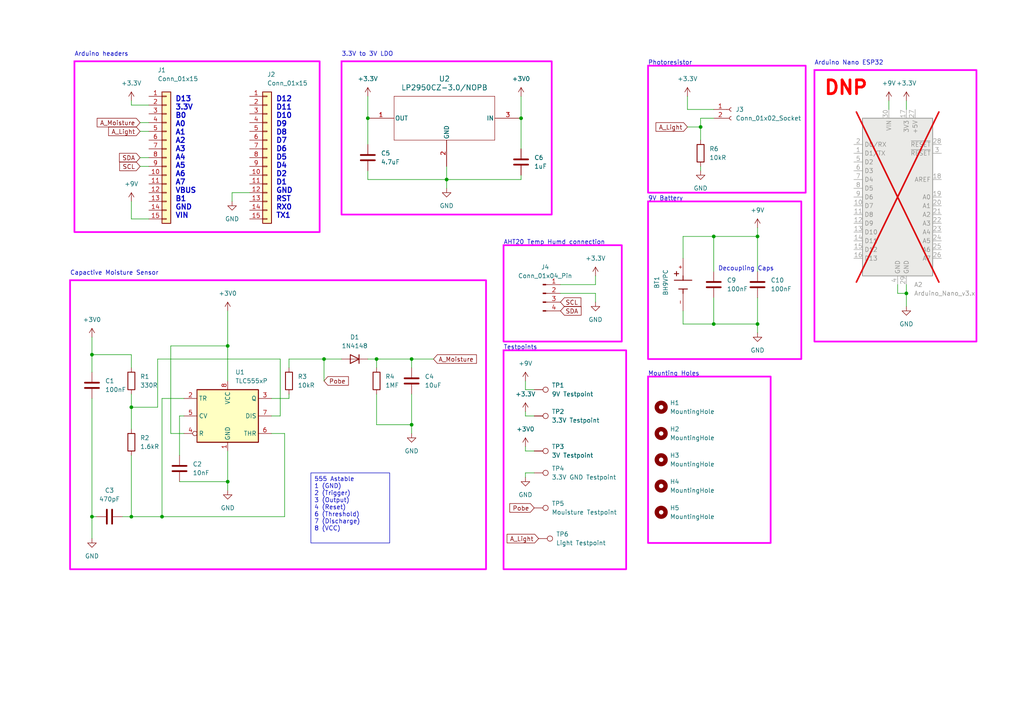
<source format=kicad_sch>
(kicad_sch (version 20230121) (generator eeschema)
  (paper "A4")
  (title_block (title "APWS-SP10-HW-Probe") (rev "Rev.1") (comment 1 "Jaime Sanchez") (comment 2 "Evan LeBel") (comment 3 "Ian Skillman") (comment 4 "Rodrigo Romero"))
  (lib_symbols
    (symbol "2024-02-28_23-11-38:LP2950CZ-3.0_NOPB" (pin_names (offset 0.254))
      (property "Reference" "U" (at 30.48 8.89 0))
      (property "Value" "LP2950CZ-3.0/NOPB" (at 34.29 6.35 0))
      (symbol "LP2950CZ-3.0_NOPB_1_1"
        (polyline (pts (xy 19.05 -7.62) (xy 48.26 -7.62)) (stroke (width 0.127)))
        (polyline (pts (xy 19.05 5.08) (xy 19.05 -7.62)) (stroke (width 0.127)))
        (polyline (pts (xy 48.26 -7.62) (xy 48.26 5.08)) (stroke (width 0.127)))
        (polyline (pts (xy 48.26 5.08) (xy 19.05 5.08)) (stroke (width 0.127)))
        (pin power_in line (at 11.43 -1.27 0) (length 7.62) (name "OUT") (number "1"))
        (pin power_in line (at 34.29 -15.24 90) (length 7.62) (name "GND") (number "2"))
        (pin power_in line (at 55.88 -1.27 180) (length 7.62) (name "IN") (number "3"))
      )
    )
    (symbol "BH9VPC:BH9VPC" (pin_names (offset 1.016))
      (property "Reference" "BT" (at -3.81 3.81 0))
      (property "Value" "BH9VPC" (at -3.81 -5.08 0))
      (symbol "BH9VPC_0_0"
        (polyline (pts (xy -3.81 1.905) (xy -2.54 1.905)) (stroke (width 0.254)))
        (polyline (pts (xy -3.175 2.54) (xy -3.175 1.27)) (stroke (width 0.254)))
        (polyline (pts (xy -1.27 0) (xy -2.54 0)) (stroke (width 0.254)))
        (polyline (pts (xy -1.27 0) (xy -1.27 -2.54)) (stroke (width 0.254)))
        (polyline (pts (xy -1.27 2.54) (xy -1.27 0)) (stroke (width 0.254)))
        (polyline (pts (xy 1.27 0) (xy 1.27 -1.27)) (stroke (width 0.254)))
        (polyline (pts (xy 1.27 0) (xy 2.54 0)) (stroke (width 0.254)))
        (polyline (pts (xy 1.27 1.27) (xy 1.27 0)) (stroke (width 0.254)))
        (pin passive line (at -7.62 0 0) (length 5.08) (name "~") (number "+"))
        (pin passive line (at 7.62 0 180) (length 5.08) (name "~") (number "-"))
      )
    )
    (symbol "Connector:Conn_01x02_Socket" (pin_names (offset 1.016) hide)
      (property "Reference" "J" (at 0 2.54 0))
      (property "Value" "Conn_01x02_Socket" (at 0 -5.08 0))
      (symbol "Conn_01x02_Socket_1_1"
        (arc (start 0 -2.032) (mid -0.5058 -2.54) (end 0 -3.048) (stroke (width 0.1524)))
        (polyline (pts (xy -1.27 -2.54) (xy -0.508 -2.54)) (stroke (width 0.1524)))
        (polyline (pts (xy -1.27 0) (xy -0.508 0)) (stroke (width 0.1524)))
        (arc (start 0 0.508) (mid -0.5058 0) (end 0 -0.508) (stroke (width 0.1524)))
        (pin passive line (at -5.08 0 0) (length 3.81) (name "Pin_1") (number "1"))
        (pin passive line (at -5.08 -2.54 0) (length 3.81) (name "Pin_2") (number "2"))
      )
    )
    (symbol "Connector:Conn_01x04_Pin" (pin_names (offset 1.016) hide)
      (property "Reference" "J" (at 0 5.08 0))
      (property "Value" "Conn_01x04_Pin" (at 0 -7.62 0))
      (symbol "Conn_01x04_Pin_1_1"
        (polyline (pts (xy 1.27 -5.08) (xy 0.8636 -5.08)) (stroke (width 0.1524)))
        (polyline (pts (xy 1.27 -2.54) (xy 0.8636 -2.54)) (stroke (width 0.1524)))
        (polyline (pts (xy 1.27 0) (xy 0.8636 0)) (stroke (width 0.1524)))
        (polyline (pts (xy 1.27 2.54) (xy 0.8636 2.54)) (stroke (width 0.1524)))
        (rectangle (start 0.8636 -4.953) (end 0 -5.207) (stroke (width 0.1524)) (fill (type outline)))
        (rectangle (start 0.8636 -2.413) (end 0 -2.667) (stroke (width 0.1524)) (fill (type outline)))
        (rectangle (start 0.8636 0.127) (end 0 -0.127) (stroke (width 0.1524)) (fill (type outline)))
        (rectangle (start 0.8636 2.667) (end 0 2.413) (stroke (width 0.1524)) (fill (type outline)))
        (pin passive line (at 5.08 2.54 180) (length 3.81) (name "Pin_1") (number "1"))
        (pin passive line (at 5.08 0 180) (length 3.81) (name "Pin_2") (number "2"))
        (pin passive line (at 5.08 -2.54 180) (length 3.81) (name "Pin_3") (number "3"))
        (pin passive line (at 5.08 -5.08 180) (length 3.81) (name "Pin_4") (number "4"))
      )
    )
    (symbol "Connector:TestPoint" (pin_numbers hide) (pin_names (offset 0.762) hide)
      (property "Reference" "TP" (at 0 6.858 0))
      (property "Value" "TestPoint" (at 0 5.08 0))
      (symbol "TestPoint_0_1"
        (circle (center 0 3.302) (radius 0.762))
      )
      (symbol "TestPoint_1_1"
        (pin passive line (at 0 0 90) (length 2.54) (name "1") (number "1"))
      )
    )
    (symbol "Connector_Generic:Conn_01x15" (pin_names (offset 1.016) hide)
      (property "Reference" "J" (at 0 20.32 0))
      (property "Value" "Conn_01x15" (at 0 -20.32 0))
      (symbol "Conn_01x15_1_1"
        (rectangle (start -1.27 -17.653) (end 0 -17.907) (stroke (width 0.1524)))
        (rectangle (start -1.27 -15.113) (end 0 -15.367) (stroke (width 0.1524)))
        (rectangle (start -1.27 -12.573) (end 0 -12.827) (stroke (width 0.1524)))
        (rectangle (start -1.27 -10.033) (end 0 -10.287) (stroke (width 0.1524)))
        (rectangle (start -1.27 -7.493) (end 0 -7.747) (stroke (width 0.1524)))
        (rectangle (start -1.27 -4.953) (end 0 -5.207) (stroke (width 0.1524)))
        (rectangle (start -1.27 -2.413) (end 0 -2.667) (stroke (width 0.1524)))
        (rectangle (start -1.27 0.127) (end 0 -0.127) (stroke (width 0.1524)))
        (rectangle (start -1.27 2.667) (end 0 2.413) (stroke (width 0.1524)))
        (rectangle (start -1.27 5.207) (end 0 4.953) (stroke (width 0.1524)))
        (rectangle (start -1.27 7.747) (end 0 7.493) (stroke (width 0.1524)))
        (rectangle (start -1.27 10.287) (end 0 10.033) (stroke (width 0.1524)))
        (rectangle (start -1.27 12.827) (end 0 12.573) (stroke (width 0.1524)))
        (rectangle (start -1.27 15.367) (end 0 15.113) (stroke (width 0.1524)))
        (rectangle (start -1.27 17.907) (end 0 17.653) (stroke (width 0.1524)))
        (rectangle (start -1.27 19.05) (end 1.27 -19.05) (stroke (width 0.254)) (fill (type background)))
        (pin passive line (at -5.08 17.78 0) (length 3.81) (name "Pin_1") (number "1"))
        (pin passive line (at -5.08 -5.08 0) (length 3.81) (name "Pin_10") (number "10"))
        (pin passive line (at -5.08 -7.62 0) (length 3.81) (name "Pin_11") (number "11"))
        (pin passive line (at -5.08 -10.16 0) (length 3.81) (name "Pin_12") (number "12"))
        (pin passive line (at -5.08 -12.7 0) (length 3.81) (name "Pin_13") (number "13"))
        (pin passive line (at -5.08 -15.24 0) (length 3.81) (name "Pin_14") (number "14"))
        (pin passive line (at -5.08 -17.78 0) (length 3.81) (name "Pin_15") (number "15"))
        (pin passive line (at -5.08 15.24 0) (length 3.81) (name "Pin_2") (number "2"))
        (pin passive line (at -5.08 12.7 0) (length 3.81) (name "Pin_3") (number "3"))
        (pin passive line (at -5.08 10.16 0) (length 3.81) (name "Pin_4") (number "4"))
        (pin passive line (at -5.08 7.62 0) (length 3.81) (name "Pin_5") (number "5"))
        (pin passive line (at -5.08 5.08 0) (length 3.81) (name "Pin_6") (number "6"))
        (pin passive line (at -5.08 2.54 0) (length 3.81) (name "Pin_7") (number "7"))
        (pin passive line (at -5.08 0 0) (length 3.81) (name "Pin_8") (number "8"))
        (pin passive line (at -5.08 -2.54 0) (length 3.81) (name "Pin_9") (number "9"))
      )
    )
    (symbol "Device:C" (pin_numbers hide) (pin_names (offset 0.254))
      (property "Reference" "C" (at 0.635 2.54 0))
      (property "Value" "C" (at 0.635 -2.54 0))
      (symbol "C_0_1"
        (polyline (pts (xy -2.032 -0.762) (xy 2.032 -0.762)) (stroke (width 0.508)))
        (polyline (pts (xy -2.032 0.762) (xy 2.032 0.762)) (stroke (width 0.508)))
      )
      (symbol "C_1_1"
        (pin passive line (at 0 3.81 270) (length 2.794) (name "~") (number "1"))
        (pin passive line (at 0 -3.81 90) (length 2.794) (name "~") (number "2"))
      )
    )
    (symbol "Device:R" (pin_numbers hide) (pin_names (offset 0))
      (property "Reference" "R" (at 2.032 0 90))
      (property "Value" "R" (at 0 0 90))
      (symbol "R_0_1"
        (rectangle (start -1.016 -2.54) (end 1.016 2.54) (stroke (width 0.254)))
      )
      (symbol "R_1_1"
        (pin passive line (at 0 3.81 270) (length 1.27) (name "~") (number "1"))
        (pin passive line (at 0 -3.81 90) (length 1.27) (name "~") (number "2"))
      )
    )
    (symbol "Diode:1N4148" (pin_numbers hide) (pin_names hide)
      (property "Reference" "D" (at 0 2.54 0))
      (property "Value" "1N4148" (at 0 -2.54 0))
      (symbol "1N4148_0_1"
        (polyline (pts (xy -1.27 1.27) (xy -1.27 -1.27)) (stroke (width 0.254)))
        (polyline (pts (xy 1.27 0) (xy -1.27 0)))
        (polyline (pts (xy 1.27 1.27) (xy 1.27 -1.27) (xy -1.27 0) (xy 1.27 1.27)) (stroke (width 0.254)))
      )
      (symbol "1N4148_1_1"
        (pin passive line (at -3.81 0 0) (length 2.54) (name "K") (number "1"))
        (pin passive line (at 3.81 0 180) (length 2.54) (name "A") (number "2"))
      )
    )
    (symbol "MCU_Module:Arduino_Nano_v3.x"
      (property "Reference" "A" (at -10.16 23.495 0))
      (property "Value" "Arduino_Nano_v3.x" (at 5.08 -24.13 0))
      (symbol "Arduino_Nano_v3.x_0_1"
        (rectangle (start -10.16 22.86) (end 10.16 -22.86) (stroke (width 0.254)) (fill (type background)))
      )
      (symbol "Arduino_Nano_v3.x_1_1"
        (pin bidirectional line (at -12.7 12.7 0) (length 2.54) (name "D1/TX") (number "1"))
        (pin bidirectional line (at -12.7 -2.54 0) (length 2.54) (name "D7") (number "10"))
        (pin bidirectional line (at -12.7 -5.08 0) (length 2.54) (name "D8") (number "11"))
        (pin bidirectional line (at -12.7 -7.62 0) (length 2.54) (name "D9") (number "12"))
        (pin bidirectional line (at -12.7 -10.16 0) (length 2.54) (name "D10") (number "13"))
        (pin bidirectional line (at -12.7 -12.7 0) (length 2.54) (name "D11") (number "14"))
        (pin bidirectional line (at -12.7 -15.24 0) (length 2.54) (name "D12") (number "15"))
        (pin bidirectional line (at -12.7 -17.78 0) (length 2.54) (name "D13") (number "16"))
        (pin power_out line (at 2.54 25.4 270) (length 2.54) (name "3V3") (number "17"))
        (pin input line (at 12.7 5.08 180) (length 2.54) (name "AREF") (number "18"))
        (pin bidirectional line (at 12.7 0 180) (length 2.54) (name "A0") (number "19"))
        (pin bidirectional line (at -12.7 15.24 0) (length 2.54) (name "D0/RX") (number "2"))
        (pin bidirectional line (at 12.7 -2.54 180) (length 2.54) (name "A1") (number "20"))
        (pin bidirectional line (at 12.7 -5.08 180) (length 2.54) (name "A2") (number "21"))
        (pin bidirectional line (at 12.7 -7.62 180) (length 2.54) (name "A3") (number "22"))
        (pin bidirectional line (at 12.7 -10.16 180) (length 2.54) (name "A4") (number "23"))
        (pin bidirectional line (at 12.7 -12.7 180) (length 2.54) (name "A5") (number "24"))
        (pin bidirectional line (at 12.7 -15.24 180) (length 2.54) (name "A6") (number "25"))
        (pin bidirectional line (at 12.7 -17.78 180) (length 2.54) (name "A7") (number "26"))
        (pin power_out line (at 5.08 25.4 270) (length 2.54) (name "+5V") (number "27"))
        (pin input line (at 12.7 15.24 180) (length 2.54) (name "~{RESET}") (number "28"))
        (pin power_in line (at 2.54 -25.4 90) (length 2.54) (name "GND") (number "29"))
        (pin input line (at 12.7 12.7 180) (length 2.54) (name "~{RESET}") (number "3"))
        (pin power_in line (at -2.54 25.4 270) (length 2.54) (name "VIN") (number "30"))
        (pin power_in line (at 0 -25.4 90) (length 2.54) (name "GND") (number "4"))
        (pin bidirectional line (at -12.7 10.16 0) (length 2.54) (name "D2") (number "5"))
        (pin bidirectional line (at -12.7 7.62 0) (length 2.54) (name "D3") (number "6"))
        (pin bidirectional line (at -12.7 5.08 0) (length 2.54) (name "D4") (number "7"))
        (pin bidirectional line (at -12.7 2.54 0) (length 2.54) (name "D5") (number "8"))
        (pin bidirectional line (at -12.7 0 0) (length 2.54) (name "D6") (number "9"))
      )
    )
    (symbol "Mechanical:MountingHole" (pin_names (offset 1.016))
      (property "Reference" "H" (at 0 5.08 0))
      (property "Value" "MountingHole" (at 0 3.175 0))
      (symbol "MountingHole_0_1"
        (circle (center 0 0) (radius 1.27) (stroke (width 1.27)))
      )
    )
    (symbol "Timer:TLC555xP"
      (property "Reference" "U" (at -10.16 8.89 0))
      (property "Value" "TLC555xP" (at 2.54 8.89 0))
      (symbol "TLC555xP_0_0"
        (pin power_in line (at 0 -10.16 90) (length 2.54) (name "GND") (number "1"))
        (pin power_in line (at 0 10.16 270) (length 2.54) (name "VCC") (number "8"))
      )
      (symbol "TLC555xP_0_1"
        (rectangle (start -8.89 -7.62) (end 8.89 7.62) (stroke (width 0.254)) (fill (type background)))
        (rectangle (start -8.89 -7.62) (end 8.89 7.62) (stroke (width 0.254)) (fill (type background)))
      )
      (symbol "TLC555xP_1_1"
        (pin input line (at -12.7 5.08 0) (length 3.81) (name "TR") (number "2"))
        (pin output line (at 12.7 5.08 180) (length 3.81) (name "Q") (number "3"))
        (pin input inverted (at -12.7 -5.08 0) (length 3.81) (name "R") (number "4"))
        (pin input line (at -12.7 0 0) (length 3.81) (name "CV") (number "5"))
        (pin input line (at 12.7 -5.08 180) (length 3.81) (name "THR") (number "6"))
        (pin input line (at 12.7 0 180) (length 3.81) (name "DIS") (number "7"))
      )
    )
    (symbol "power:+3.3V" (power) (pin_names (offset 0))
      (property "Value" "+3.3V" (at 0 3.556 0))
      (symbol "+3.3V_0_1"
        (polyline (pts (xy -0.762 1.27) (xy 0 2.54)))
        (polyline (pts (xy 0 0) (xy 0 2.54)))
        (polyline (pts (xy 0 2.54) (xy 0.762 1.27)))
      )
      (symbol "+3.3V_1_1"
        (pin power_in line (at 0 0 90) (length 0) hide (name "+3.3V") (number "1"))
      )
    )
    (symbol "power:+3V0" (power) (pin_names (offset 0))
      (property "Value" "+3V0" (at 0 3.556 0))
      (symbol "+3V0_0_1"
        (polyline (pts (xy -0.762 1.27) (xy 0 2.54)))
        (polyline (pts (xy 0 0) (xy 0 2.54)))
        (polyline (pts (xy 0 2.54) (xy 0.762 1.27)))
      )
      (symbol "+3V0_1_1"
        (pin power_in line (at 0 0 90) (length 0) hide (name "+3V0") (number "1"))
      )
    )
    (symbol "power:+9V" (power) (pin_names (offset 0))
      (property "Value" "+9V" (at 0 3.556 0))
      (symbol "+9V_0_1"
        (polyline (pts (xy -0.762 1.27) (xy 0 2.54)))
        (polyline (pts (xy 0 0) (xy 0 2.54)))
        (polyline (pts (xy 0 2.54) (xy 0.762 1.27)))
      )
      (symbol "+9V_1_1"
        (pin power_in line (at 0 0 90) (length 0) hide (name "+9V") (number "1"))
      )
    )
    (symbol "power:GND" (power) (pin_names (offset 0))
      (property "Value" "GND" (at 0 -3.81 0))
      (symbol "GND_0_1"
        (polyline (pts (xy 0 0) (xy 0 -1.27) (xy 1.27 -1.27) (xy 0 -2.54) (xy -1.27 -1.27) (xy 0 -1.27)))
      )
      (symbol "GND_1_1"
        (pin power_in line (at 0 0 270) (length 0) hide (name "GND") (number "1"))
      )
    )
  )
  (junction (at 38.1 118.11))
  (junction (at 219.71 68.58))
  (junction (at 219.71 93.98))
  (junction (at 26.67 149.86))
  (junction (at 66.04 139.7))
  (junction (at 207.01 93.98))
  (junction (at 93.98 104.14))
  (junction (at 119.38 104.14))
  (junction (at 46.99 149.86))
  (junction (at 151.13 34.29))
  (junction (at 207.01 68.58))
  (junction (at 262.89 85.09))
  (junction (at 26.67 102.87))
  (junction (at 66.04 100.33))
  (junction (at 119.38 123.19))
  (junction (at 109.22 104.14))
  (junction (at 38.1 149.86))
  (junction (at 129.54 52.07))
  (junction (at 106.68 34.29))
  (junction (at 203.2 36.83))
  (wire (pts (xy 162.56 85.09) (xy 172.72 85.09)))
  (wire (pts (xy 81.28 104.14) (xy 45.72 104.14)))
  (wire (pts (xy 129.54 48.26) (xy 129.54 52.07)))
  (wire (pts (xy 78.74 125.73) (xy 82.55 125.73)))
  (wire (pts (xy 38.1 124.46) (xy 38.1 118.11)))
  (wire (pts (xy 26.67 97.79) (xy 26.67 102.87)))
  (wire (pts (xy 66.04 90.17) (xy 66.04 100.33)))
  (wire (pts (xy 83.82 104.14) (xy 93.98 104.14)))
  (wire (pts (xy 152.4 110.49) (xy 152.4 113.03)))
  (wire (pts (xy 52.07 139.7) (xy 66.04 139.7)))
  (wire (pts (xy 262.89 29.21) (xy 262.89 31.75)))
  (wire (pts (xy 66.04 100.33) (xy 66.04 110.49)))
  (wire (pts (xy 38.1 58.42) (xy 38.1 63.5)))
  (wire (pts (xy 203.2 36.83) (xy 203.2 40.64)))
  (wire (pts (xy 172.72 85.09) (xy 172.72 87.63)))
  (wire (pts (xy 129.54 52.07) (xy 151.13 52.07)))
  (wire (pts (xy 151.13 34.29) (xy 151.13 43.18)))
  (wire (pts (xy 109.22 123.19) (xy 119.38 123.19)))
  (wire (pts (xy 38.1 29.21) (xy 38.1 30.48)))
  (wire (pts (xy 40.64 38.1) (xy 43.18 38.1)))
  (wire (pts (xy 35.56 149.86) (xy 38.1 149.86)))
  (wire (pts (xy 219.71 93.98) (xy 219.71 96.52)))
  (wire (pts (xy 66.04 130.81) (xy 66.04 139.7)))
  (wire (pts (xy 78.74 115.57) (xy 83.82 115.57)))
  (wire (pts (xy 66.04 139.7) (xy 66.04 142.24)))
  (wire (pts (xy 45.72 118.11) (xy 38.1 118.11)))
  (wire (pts (xy 38.1 63.5) (xy 43.18 63.5)))
  (wire (pts (xy 151.13 50.8) (xy 151.13 52.07)))
  (wire (pts (xy 219.71 86.36) (xy 219.71 93.98)))
  (wire (pts (xy 38.1 102.87) (xy 26.67 102.87)))
  (wire (pts (xy 154.94 137.16) (xy 152.4 137.16)))
  (wire (pts (xy 38.1 149.86) (xy 46.99 149.86)))
  (wire (pts (xy 207.01 93.98) (xy 207.01 86.36)))
  (wire (pts (xy 152.4 137.16) (xy 152.4 138.43)))
  (wire (pts (xy 129.54 52.07) (xy 129.54 54.61)))
  (wire (pts (xy 199.39 31.75) (xy 207.01 31.75)))
  (wire (pts (xy 199.39 36.83) (xy 203.2 36.83)))
  (wire (pts (xy 203.2 48.26) (xy 203.2 49.53)))
  (wire (pts (xy 26.67 115.57) (xy 26.67 149.86)))
  (wire (pts (xy 38.1 30.48) (xy 43.18 30.48)))
  (wire (pts (xy 45.72 104.14) (xy 45.72 118.11)))
  (wire (pts (xy 106.68 41.91) (xy 106.68 34.29)))
  (wire (pts (xy 198.12 90.17) (xy 198.12 93.98)))
  (wire (pts (xy 207.01 68.58) (xy 198.12 68.58)))
  (wire (pts (xy 27.94 149.86) (xy 26.67 149.86)))
  (wire (pts (xy 83.82 115.57) (xy 83.82 114.3)))
  (wire (pts (xy 38.1 114.3) (xy 38.1 118.11)))
  (wire (pts (xy 26.67 149.86) (xy 26.67 156.21)))
  (wire (pts (xy 38.1 132.08) (xy 38.1 149.86)))
  (wire (pts (xy 199.39 31.75) (xy 199.39 27.94)))
  (wire (pts (xy 40.64 35.56) (xy 43.18 35.56)))
  (wire (pts (xy 172.72 82.55) (xy 172.72 80.01)))
  (wire (pts (xy 152.4 119.38) (xy 152.4 120.65)))
  (wire (pts (xy 46.99 115.57) (xy 46.99 149.86)))
  (wire (pts (xy 109.22 104.14) (xy 109.22 106.68)))
  (wire (pts (xy 262.89 85.09) (xy 262.89 88.9)))
  (wire (pts (xy 46.99 115.57) (xy 53.34 115.57)))
  (wire (pts (xy 152.4 120.65) (xy 154.94 120.65)))
  (wire (pts (xy 93.98 104.14) (xy 93.98 110.49)))
  (wire (pts (xy 49.53 125.73) (xy 49.53 100.33)))
  (wire (pts (xy 82.55 125.73) (xy 82.55 149.86)))
  (wire (pts (xy 119.38 104.14) (xy 125.73 104.14)))
  (wire (pts (xy 119.38 114.3) (xy 119.38 123.19)))
  (wire (pts (xy 162.56 82.55) (xy 172.72 82.55)))
  (wire (pts (xy 262.89 85.09) (xy 262.89 82.55)))
  (wire (pts (xy 81.28 120.65) (xy 81.28 104.14)))
  (wire (pts (xy 119.38 123.19) (xy 119.38 125.73)))
  (wire (pts (xy 207.01 78.74) (xy 207.01 68.58)))
  (wire (pts (xy 207.01 93.98) (xy 198.12 93.98)))
  (wire (pts (xy 38.1 102.87) (xy 38.1 106.68)))
  (wire (pts (xy 67.31 55.88) (xy 67.31 58.42)))
  (wire (pts (xy 67.31 55.88) (xy 72.39 55.88)))
  (wire (pts (xy 109.22 104.14) (xy 119.38 104.14)))
  (wire (pts (xy 52.07 120.65) (xy 52.07 132.08)))
  (wire (pts (xy 260.35 85.09) (xy 262.89 85.09)))
  (wire (pts (xy 106.68 52.07) (xy 129.54 52.07)))
  (wire (pts (xy 40.64 45.72) (xy 43.18 45.72)))
  (wire (pts (xy 198.12 68.58) (xy 198.12 74.93)))
  (wire (pts (xy 49.53 100.33) (xy 66.04 100.33)))
  (wire (pts (xy 106.68 49.53) (xy 106.68 52.07)))
  (wire (pts (xy 207.01 68.58) (xy 219.71 68.58)))
  (wire (pts (xy 40.64 48.26) (xy 43.18 48.26)))
  (wire (pts (xy 106.68 27.94) (xy 106.68 34.29)))
  (wire (pts (xy 26.67 102.87) (xy 26.67 107.95)))
  (wire (pts (xy 93.98 104.14) (xy 99.06 104.14)))
  (wire (pts (xy 83.82 106.68) (xy 83.82 104.14)))
  (wire (pts (xy 151.13 27.94) (xy 151.13 34.29)))
  (wire (pts (xy 152.4 130.81) (xy 152.4 129.54)))
  (wire (pts (xy 219.71 78.74) (xy 219.71 68.58)))
  (wire (pts (xy 203.2 34.29) (xy 207.01 34.29)))
  (wire (pts (xy 152.4 113.03) (xy 154.94 113.03)))
  (wire (pts (xy 53.34 120.65) (xy 52.07 120.65)))
  (wire (pts (xy 82.55 149.86) (xy 46.99 149.86)))
  (wire (pts (xy 219.71 93.98) (xy 207.01 93.98)))
  (wire (pts (xy 260.35 82.55) (xy 260.35 85.09)))
  (wire (pts (xy 109.22 123.19) (xy 109.22 114.3)))
  (wire (pts (xy 53.34 125.73) (xy 49.53 125.73)))
  (wire (pts (xy 219.71 66.04) (xy 219.71 68.58)))
  (wire (pts (xy 119.38 104.14) (xy 119.38 106.68)))
  (wire (pts (xy 106.68 104.14) (xy 109.22 104.14)))
  (wire (pts (xy 257.81 29.21) (xy 257.81 31.75)))
  (wire (pts (xy 203.2 34.29) (xy 203.2 36.83)))
  (wire (pts (xy 81.28 120.65) (xy 78.74 120.65)))
  (wire (pts (xy 154.94 130.81) (xy 152.4 130.81)))
  (rectangle (start 21.59 17.78) (end 92.71 67.31) (stroke (width 0.5) (color 255 0 255 1)))
  (rectangle (start 187.96 109.22) (end 223.52 157.48) (stroke (width 0.5) (color 255 0 255 1)))
  (rectangle (start 99.06 17.78) (end 160.02 62.23) (stroke (width 0.5) (color 255 0 255 1)))
  (rectangle (start 20.32 81.28) (end 140.97 165.1) (stroke (width 0.5) (color 255 0 255 1)))
  (rectangle (start 187.96 19.05) (end 233.68 55.88) (stroke (width 0.5) (color 255 0 255 1)))
  (rectangle (start 187.96 58.42) (end 232.41 104.14) (stroke (width 0.5) (color 255 0 255 1)))
  (rectangle (start 236.22 20.32) (end 283.21 99.06) (stroke (width 0.5) (color 255 0 255 1)))
  (rectangle (start 146.05 101.6) (end 181.61 165.1) (stroke (width 0.5) (color 255 0 255 1)))
  (rectangle (start 146.05 71.12) (end 180.34 99.06) (stroke (width 0.5) (color 255 0 255 1)))
  (text_box "555 Astable\n1 (GND)\n2 (Trigger)\n3 (Output)\n4 (Reset)\n6 (Threshold)\n7 (Discharge)\n8 (VCC)" (at 90.17 137.16 0) (size 22.86 20.32) (effects (font (size 1.27 1.27)) (justify left top)))
  (text "9V Battery" (at 187.96 58.42 0) (effects (font (size 1.27 1.27)) (justify left bottom)))
  (text "3.3V to 3V LDO" (at 99.06 16.51 0) (effects (font (size 1.27 1.27)) (justify left bottom)))
  (text "AHT20 Temp Humd connection" (at 146.05 71.12 0) (effects (font (size 1.27 1.27)) (justify left bottom)))
  (text "DNP" (at 238.76 27.94 0) (effects (font (size 4 4) bold) (justify left bottom)))
  (text "Testpoints" (at 146.05 101.6 0) (effects (font (size 1.27 1.27)) (justify left bottom)))
  (text "Arduino Nano ESP32" (at 236.22 19.05 0) (effects (font (size 1.27 1.27)) (justify left bottom)))
  (text "D13\n3.3V\nB0\nA0\nA1\nA2\nA3\nA4\nA5\nA6\nA7\nVBUS\nB1\nGND\nVIN" (at 50.8 63.5 0) (effects (font (size 1.5 1.5) bold) (justify left bottom)))
  (text "Arduino headers" (at 21.59 16.51 0) (effects (font (size 1.27 1.27)) (justify left bottom)))
  (text "Photoresistor" (at 187.96 19.05 0) (effects (font (size 1.27 1.27)) (justify left bottom)))
  (text "Mounting Holes" (at 187.96 109.22 0) (effects (font (size 1.27 1.27)) (justify left bottom)))
  (text "Capactive Moisture Sensor" (at 20.32 80.01 0) (effects (font (size 1.27 1.27)) (justify left bottom)))
  (text "Decoupling Caps" (at 208.28 78.74 0) (effects (font (size 1.27 1.27)) (justify left bottom)))
  (text "D12\nD11\nD10\nD9\nD8\nD7\nD6\nD5\nD4\nD2\nD1 \nGND\nRST\nRX0\nTX1" (at 80.01 63.5 0) (effects (font (size 1.5 1.5) bold) (justify left bottom)))
  (global_label "SCL" (shape input) (at 162.56 87.63 0) (property "Intersheetrefs" "${INTERSHEET_REFS}" (effects hide)))
  (global_label "A_Light" (shape input) (at 40.64 38.1 180) (property "Intersheetrefs" "${INTERSHEET_REFS}" (effects hide)))
  (global_label "SDA" (shape input) (at 162.56 90.17 0) (property "Intersheetrefs" "${INTERSHEET_REFS}" (effects hide)))
  (global_label "A_Moisture" (shape input) (at 40.64 35.56 180) (property "Intersheetrefs" "${INTERSHEET_REFS}" (effects hide)))
  (global_label "A_Light" (shape input) (at 156.21 156.21 180) (property "Intersheetrefs" "${INTERSHEET_REFS}" (effects hide)))
  (global_label "Pobe" (shape input) (at 154.94 147.32 180) (property "Intersheetrefs" "${INTERSHEET_REFS}" (effects hide)))
  (global_label "SDA" (shape input) (at 40.64 45.72 180) (property "Intersheetrefs" "${INTERSHEET_REFS}" (effects hide)))
  (global_label "SCL" (shape input) (at 40.64 48.26 180) (property "Intersheetrefs" "${INTERSHEET_REFS}" (effects hide)))
  (global_label "A_Light" (shape input) (at 199.39 36.83 180) (property "Intersheetrefs" "${INTERSHEET_REFS}" (effects hide)))
  (global_label "A_Moisture" (shape input) (at 125.73 104.14 0) (property "Intersheetrefs" "${INTERSHEET_REFS}" (effects hide)))
  (global_label "Pobe" (shape input) (at 93.98 110.49 0) (property "Intersheetrefs" "${INTERSHEET_REFS}" (effects hide)))
  (symbol (lib_id "Timer:TLC555xP") (at 66.04 120.65 0) (unit 1)
    (property "Reference" "U1" (at 68.2341 107.95 0) (effects (justify left)))
    (property "Value" "TLC555xP" (at 68.2341 110.49 0) (effects (justify left)))
    (property "Footprint" "Package_DIP:DIP-8_W7.62mm" (effects hide))
    (property "Datasheet" "http://www.ti.com/lit/ds/symlink/tlc555.pdf" (effects hide))
  )
  (symbol (lib_id "power:+3V0") (at 152.4 129.54 0) (unit 1)
    (property "Reference" "#PWR022" (effects hide))
    (property "Value" "+3V0" (at 152.4 124.46 0))
  )
  (symbol (lib_id "Connector:TestPoint") (at 154.94 113.03 270) (unit 1)
    (property "Reference" "TP1" (at 160.02 111.76 90) (effects (justify left)))
    (property "Value" "9V Testpoint" (at 160.02 114.3 90) (effects (justify left)))
    (property "Footprint" "TestPoint:TestPoint_Pad_D1.0mm" (effects hide))
  )
  (symbol (lib_id "Device:C") (at 52.07 135.89 0) (unit 1)
    (property "Reference" "C2" (at 55.88 134.62 0) (effects (justify left)))
    (property "Value" "10nF" (at 55.88 137.16 0) (effects (justify left)))
    (property "Footprint" "Capacitor_THT:C_Disc_D4.7mm_W2.5mm_P5.00mm" (effects hide))
  )
  (symbol (lib_id "Connector:TestPoint") (at 154.94 130.81 270) (unit 1)
    (property "Reference" "TP3" (at 160.02 129.54 90) (effects (justify left)))
    (property "Value" "3V Testpoint" (at 160.02 132.08 90) (effects (justify left)))
    (property "Footprint" "TestPoint:TestPoint_Pad_D1.0mm" (effects hide))
  )
  (symbol (lib_id "Device:C") (at 151.13 46.99 0) (unit 1)
    (property "Reference" "C6" (at 154.94 45.72 0) (effects (justify left)))
    (property "Value" "1uF" (at 154.94 48.26 0) (effects (justify left)))
    (property "Footprint" "Capacitor_THT:C_Disc_D4.7mm_W2.5mm_P5.00mm" (effects hide))
  )
  (symbol (lib_id "power:+9V") (at 152.4 110.49 0) (unit 1)
    (property "Reference" "#PWR021" (effects hide))
    (property "Value" "+9V" (at 152.4 105.41 0))
  )
  (symbol (lib_id "Connector:Conn_01x04_Pin") (at 157.48 85.09 0) (unit 1)
    (property "Reference" "J4" (at 158.115 77.47 0))
    (property "Value" "Conn_01x04_Pin" (at 158.115 80.01 0))
    (property "Footprint" "Connector_PinHeader_2.54mm:PinHeader_1x04_P2.54mm_Vertical" (effects hide))
  )
  (symbol (lib_id "power:GND") (at 203.2 49.53 0) (unit 1)
    (property "Reference" "#PWR013" (effects hide))
    (property "Value" "GND" (at 203.2 54.61 0))
  )
  (symbol (lib_id "power:GND") (at 262.89 88.9 0) (unit 1)
    (property "Reference" "#PWR09" (effects hide))
    (property "Value" "GND" (at 262.89 93.98 0))
  )
  (symbol (lib_id "power:+3.3V") (at 172.72 80.01 0) (unit 1)
    (property "Reference" "#PWR020" (effects hide))
    (property "Value" "+3.3V" (at 172.72 74.93 0))
  )
  (symbol (lib_id "power:+3.3V") (at 152.4 119.38 0) (unit 1)
    (property "Reference" "#PWR024" (effects hide))
    (property "Value" "+3.3V" (at 152.4 114.3 0))
  )
  (symbol (lib_id "power:GND") (at 219.71 96.52 0) (unit 1)
    (property "Reference" "#PWR011" (effects hide))
    (property "Value" "GND" (at 219.71 101.6 0))
  )
  (symbol (lib_id "power:+3V0") (at 151.13 27.94 0) (unit 1)
    (property "Reference" "#PWR07" (effects hide))
    (property "Value" "+3V0" (at 151.13 22.86 0))
  )
  (symbol (lib_id "Diode:1N4148") (at 102.87 104.14 180) (unit 1)
    (property "Reference" "D1" (at 102.87 97.79 0))
    (property "Value" "1N4148" (at 102.87 100.33 0))
    (property "Footprint" "Diode_THT:D_DO-35_SOD27_P7.62mm_Horizontal" (effects hide))
    (property "Datasheet" "https://assets.nexperia.com/documents/data-sheet/1N4148_1N4448.pdf" (effects hide))
    (property "Sim.Device" "D" (effects hide))
    (property "Sim.Pins" "1=K 2=A" (effects hide))
  )
  (symbol (lib_id "Connector:Conn_01x02_Socket") (at 212.09 31.75 0) (unit 1)
    (property "Reference" "J3" (at 213.36 31.75 0) (effects (justify left)))
    (property "Value" "Conn_01x02_Socket" (at 213.36 34.29 0) (effects (justify left)))
    (property "Footprint" "Connector_PinHeader_2.54mm:PinHeader_1x02_P2.54mm_Vertical" (effects hide))
  )
  (symbol (lib_id "power:GND") (at 26.67 156.21 0) (unit 1)
    (property "Reference" "#PWR04" (effects hide))
    (property "Value" "GND" (at 26.67 161.29 0))
  )
  (symbol (lib_id "power:+3V0") (at 26.67 97.79 0) (unit 1)
    (property "Reference" "#PWR02" (effects hide))
    (property "Value" "+3V0" (at 26.67 92.71 0))
  )
  (symbol (lib_id "Connector:TestPoint") (at 154.94 120.65 270) (unit 1)
    (property "Reference" "TP2" (at 160.02 119.38 90) (effects (justify left)))
    (property "Value" "3.3V Testpoint" (at 160.02 121.92 90) (effects (justify left)))
    (property "Footprint" "TestPoint:TestPoint_Pad_D1.0mm" (effects hide))
  )
  (symbol (lib_id "power:+9V") (at 219.71 66.04 0) (unit 1)
    (property "Reference" "#PWR010" (effects hide))
    (property "Value" "+9V" (at 219.71 60.96 0))
  )
  (symbol (lib_id "power:GND") (at 152.4 138.43 0) (unit 1)
    (property "Reference" "#PWR023" (effects hide))
    (property "Value" "GND" (at 152.4 143.51 0))
  )
  (symbol (lib_id "power:+3.3V") (at 106.68 27.94 0) (unit 1)
    (property "Reference" "#PWR06" (effects hide))
    (property "Value" "+3.3V" (at 106.68 22.86 0))
  )
  (symbol (lib_id "Device:R") (at 38.1 128.27 180) (unit 1)
    (property "Reference" "R2" (at 40.64 127 0) (effects (justify right)))
    (property "Value" "1.6kR" (at 40.64 129.54 0) (effects (justify right)))
    (property "Footprint" "Resistor_THT:R_Axial_DIN0207_L6.3mm_D2.5mm_P10.16mm_Horizontal" (effects hide))
  )
  (symbol (lib_id "Device:C") (at 219.71 82.55 0) (unit 1)
    (property "Reference" "C10" (at 223.52 81.28 0) (effects (justify left)))
    (property "Value" "100nF" (at 223.52 83.82 0) (effects (justify left)))
    (property "Footprint" "Capacitor_THT:C_Disc_D4.7mm_W2.5mm_P5.00mm" (effects hide))
  )
  (symbol (lib_id "power:+9V") (at 257.81 29.21 0) (unit 1)
    (property "Reference" "#PWR015" (effects hide))
    (property "Value" "+9V" (at 257.81 24.13 0))
  )
  (symbol (lib_id "power:GND") (at 119.38 125.73 0) (unit 1)
    (property "Reference" "#PWR05" (effects hide))
    (property "Value" "GND" (at 119.38 130.81 0))
  )
  (symbol (lib_id "Mechanical:MountingHole") (at 191.77 133.35 0) (unit 1)
    (property "Reference" "H3" (at 194.31 132.08 0) (effects (justify left)))
    (property "Value" "MountingHole" (at 194.31 134.62 0) (effects (justify left)))
    (property "Footprint" "MountingHole:MountingHole_3.2mm_M3" (effects hide))
  )
  (symbol (lib_id "Device:C") (at 207.01 82.55 0) (unit 1)
    (property "Reference" "C9" (at 210.82 81.28 0) (effects (justify left)))
    (property "Value" "100nF" (at 210.82 83.82 0) (effects (justify left)))
    (property "Footprint" "Capacitor_THT:C_Disc_D4.7mm_W2.5mm_P5.00mm" (effects hide))
  )
  (symbol (lib_id "power:+9V") (at 38.1 58.42 0) (unit 1)
    (property "Reference" "#PWR017" (effects hide))
    (property "Value" "+9V" (at 38.1 53.34 0))
  )
  (symbol (lib_id "Connector:TestPoint") (at 156.21 156.21 270) (unit 1)
    (property "Reference" "TP6" (at 161.29 154.94 90) (effects (justify left)))
    (property "Value" "Light Testpoint" (at 161.29 157.48 90) (effects (justify left)))
    (property "Footprint" "TestPoint:TestPoint_Pad_D1.0mm" (effects hide))
  )
  (symbol (lib_id "Mechanical:MountingHole") (at 191.77 140.97 0) (unit 1)
    (property "Reference" "H4" (at 194.31 139.7 0) (effects (justify left)))
    (property "Value" "MountingHole" (at 194.31 142.24 0) (effects (justify left)))
    (property "Footprint" "MountingHole:MountingHole_3.2mm_M3" (effects hide))
  )
  (symbol (lib_id "Device:C") (at 119.38 110.49 0) (unit 1)
    (property "Reference" "C4" (at 123.19 109.22 0) (effects (justify left)))
    (property "Value" "10uF" (at 123.19 111.76 0) (effects (justify left)))
    (property "Footprint" "Capacitor_THT:C_Disc_D4.7mm_W2.5mm_P5.00mm" (effects hide))
  )
  (symbol (lib_id "power:+3.3V") (at 262.89 29.21 0) (unit 1)
    (property "Reference" "#PWR012" (effects hide))
    (property "Value" "+3.3V" (at 262.89 24.13 0))
  )
  (symbol (lib_id "power:GND") (at 172.72 87.63 0) (unit 1)
    (property "Reference" "#PWR019" (effects hide))
    (property "Value" "GND" (at 172.72 92.71 0))
  )
  (symbol (lib_id "power:GND") (at 66.04 142.24 0) (unit 1)
    (property "Reference" "#PWR01" (effects hide))
    (property "Value" "GND" (at 66.04 147.32 0))
  )
  (symbol (lib_id "Connector_Generic:Conn_01x15") (at 48.26 45.72 0) (unit 1)
    (property "Reference" "J1" (at 45.72 20.32 0) (effects (justify left)))
    (property "Value" "Conn_01x15" (at 45.72 22.86 0) (effects (justify left)))
    (property "Footprint" "KiCADv6:PRT16279" (effects hide))
  )
  (symbol (lib_id "Device:C") (at 31.75 149.86 90) (unit 1)
    (property "Reference" "C3" (at 31.75 142.24 90))
    (property "Value" "470pF" (at 31.75 144.78 90))
    (property "Footprint" "Capacitor_THT:C_Disc_D4.7mm_W2.5mm_P5.00mm" (effects hide))
  )
  (symbol (lib_id "Device:C") (at 26.67 111.76 180) (unit 1)
    (property "Reference" "C1" (at 30.48 110.49 0) (effects (justify right)))
    (property "Value" "100nF" (at 30.48 113.03 0) (effects (justify right)))
    (property "Footprint" "Capacitor_THT:C_Disc_D4.7mm_W2.5mm_P5.00mm" (effects hide))
  )
  (symbol (lib_id "power:+3V0") (at 66.04 90.17 0) (unit 1)
    (property "Reference" "#PWR03" (effects hide))
    (property "Value" "+3V0" (at 66.04 85.09 0))
  )
  (symbol (lib_id "Mechanical:MountingHole") (at 191.77 125.73 0) (unit 1)
    (property "Reference" "H2" (at 194.31 124.46 0) (effects (justify left)))
    (property "Value" "MountingHole" (at 194.31 127 0) (effects (justify left)))
    (property "Footprint" "MountingHole:MountingHole_3.2mm_M3" (effects hide))
  )
  (symbol (lib_id "BH9VPC:BH9VPC") (at 198.12 82.55 90) (mirror x) (unit 1)
    (property "Reference" "BT1" (at 190.5 81.915 0))
    (property "Value" "BH9VPC" (at 193.04 81.915 0))
    (property "Footprint" "BH9VPC:BAT_BH9VPC" (effects hide))
    (property "PARTREV" "F" (effects hide))
    (property "STANDARD" "Manufacturer Recommendations" (effects hide))
    (property "MAXIMUM_PACKAGE_HEIGHT" "20.62mm" (effects hide))
    (property "MANUFACTURER" "MPD" (effects hide))
  )
  (symbol (lib_id "Device:R") (at 38.1 110.49 0) (unit 1)
    (property "Reference" "R1" (at 40.64 109.22 0) (effects (justify left)))
    (property "Value" "330R" (at 40.64 111.76 0) (effects (justify left)))
    (property "Footprint" "Resistor_THT:R_Axial_DIN0207_L6.3mm_D2.5mm_P10.16mm_Horizontal" (effects hide))
  )
  (symbol (lib_id "2024-02-28_23-11-38:LP2950CZ-3.0_NOPB") (at 95.25 33.02 0) (unit 1)
    (property "Reference" "U2" (at 128.905 22.86 0) (effects (font (size 1.524 1.524))))
    (property "Value" "LP2950CZ-3.0/NOPB" (at 128.905 25.4 0) (effects (font (size 1.524 1.524))))
    (property "Footprint" "Z03A_TEX" (effects hide))
    (property "Datasheet" "LP2950CZ-3.0/NOPB" (effects hide))
  )
  (symbol (lib_id "power:+3.3V") (at 199.39 27.94 0) (unit 1)
    (property "Reference" "#PWR014" (effects hide))
    (property "Value" "+3.3V" (at 199.39 22.86 0))
  )
  (symbol (lib_id "power:GND") (at 67.31 58.42 0) (unit 1)
    (property "Reference" "#PWR016" (effects hide))
    (property "Value" "GND" (at 67.31 63.5 0))
  )
  (symbol (lib_id "Connector:TestPoint") (at 154.94 147.32 270) (unit 1)
    (property "Reference" "TP5" (at 160.02 146.05 90) (effects (justify left)))
    (property "Value" "Mouisture Testpoint" (at 160.02 148.59 90) (effects (justify left)))
    (property "Footprint" "TestPoint:TestPoint_Pad_D1.0mm" (effects hide))
  )
  (symbol (lib_id "Device:R") (at 203.2 44.45 180) (unit 1)
    (property "Reference" "R6" (at 205.74 43.18 0) (effects (justify right)))
    (property "Value" "10kR" (at 205.74 45.72 0) (effects (justify right)))
    (property "Footprint" "Resistor_THT:R_Axial_DIN0207_L6.3mm_D2.5mm_P10.16mm_Horizontal" (effects hide))
  )
  (symbol (lib_id "power:GND") (at 129.54 54.61 0) (unit 1)
    (property "Reference" "#PWR08" (effects hide))
    (property "Value" "GND" (at 129.54 59.69 0))
  )
  (symbol (lib_id "Connector_Generic:Conn_01x15") (at 77.47 45.72 0) (unit 1)
    (property "Reference" "J2" (at 77.47 21.59 0) (effects (justify left)))
    (property "Value" "Conn_01x15" (at 77.47 24.13 0) (effects (justify left)))
    (property "Footprint" "KiCADv6:PRT16279" (effects hide))
  )
  (symbol (lib_id "Device:R") (at 109.22 110.49 180) (unit 1)
    (property "Reference" "R4" (at 111.76 109.22 0) (effects (justify right)))
    (property "Value" "1MF" (at 111.76 111.76 0) (effects (justify right)))
    (property "Footprint" "Resistor_THT:R_Axial_DIN0207_L6.3mm_D2.5mm_P10.16mm_Horizontal" (effects hide))
  )
  (symbol (lib_id "Device:C") (at 106.68 45.72 0) (unit 1)
    (property "Reference" "C5" (at 110.49 44.45 0) (effects (justify left)))
    (property "Value" "4.7uF" (at 110.49 46.99 0) (effects (justify left)))
    (property "Footprint" "Capacitor_THT:C_Disc_D4.7mm_W2.5mm_P5.00mm" (effects hide))
  )
  (symbol (lib_id "power:+3.3V") (at 38.1 29.21 0) (unit 1)
    (property "Reference" "#PWR018" (effects hide))
    (property "Value" "+3.3V" (at 38.1 24.13 0))
  )
  (symbol (lib_id "MCU_Module:Arduino_Nano_v3.x") (at 260.35 57.15 0) (unit 1) (in_bom no) (on_board no) (dnp yes)
    (property "Reference" "A2" (at 265.0841 82.55 0) (effects (justify left)))
    (property "Value" "Arduino_Nano_v3.x" (at 265.0841 85.09 0) (effects (justify left)))
    (property "Footprint" "Module:Arduino_Nano" (effects hide))
    (property "Datasheet" "http://www.mouser.com/pdfdocs/Gravitech_Arduino_Nano3_0.pdf" (effects hide))
    (property "Sim.Enable" "0" (effects hide))
  )
  (symbol (lib_id "Connector:TestPoint") (at 154.94 137.16 270) (unit 1)
    (property "Reference" "TP4" (at 160.02 135.89 90) (effects (justify left)))
    (property "Value" "3.3V GND Testpoint" (at 160.02 138.43 90) (effects (justify left)))
    (property "Footprint" "TestPoint:TestPoint_Pad_D1.0mm" (effects hide))
  )
  (symbol (lib_id "Device:R") (at 83.82 110.49 180) (unit 1)
    (property "Reference" "R3" (at 86.36 109.22 0) (effects (justify right)))
    (property "Value" "10kR" (at 86.36 111.76 0) (effects (justify right)))
    (property "Footprint" "Resistor_THT:R_Axial_DIN0207_L6.3mm_D2.5mm_P10.16mm_Horizontal" (effects hide))
  )
  (symbol (lib_id "Mechanical:MountingHole") (at 191.77 148.59 0) (unit 1)
    (property "Reference" "H5" (at 194.31 147.32 0) (effects (justify left)))
    (property "Value" "MountingHole" (at 194.31 149.86 0) (effects (justify left)))
    (property "Footprint" "MountingHole:MountingHole_3.2mm_M3" (effects hide))
  )
  (symbol (lib_id "Mechanical:MountingHole") (at 191.77 118.11 0) (unit 1)
    (property "Reference" "H1" (at 194.31 116.84 0) (effects (justify left)))
    (property "Value" "MountingHole" (at 194.31 119.38 0) (effects (justify left)))
    (property "Footprint" "MountingHole:MountingHole_3.2mm_M3" (effects hide))
  )
)
</source>
